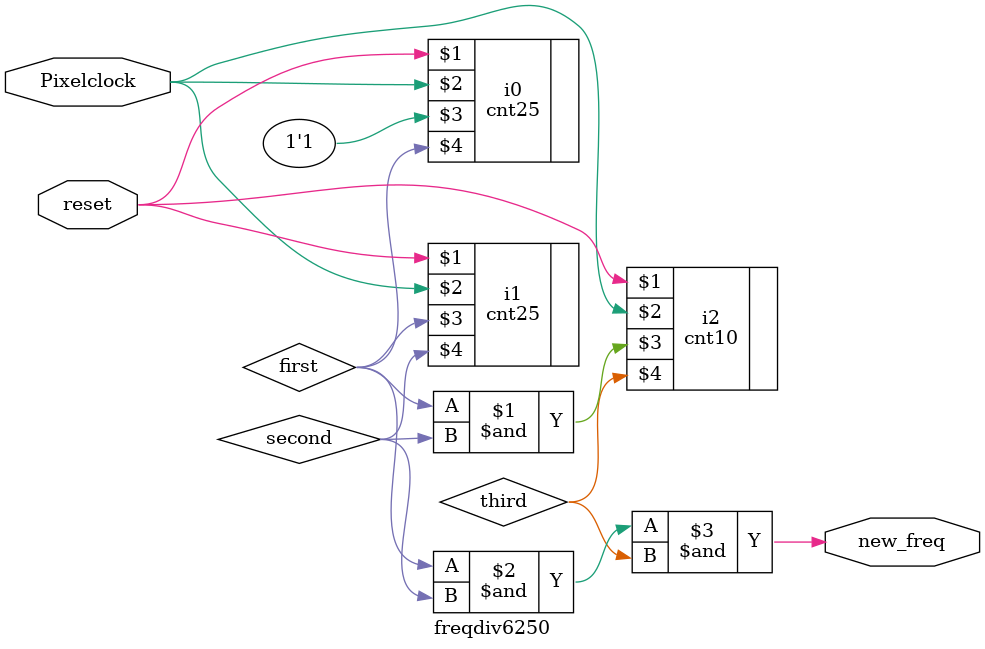
<source format=v>
`timescale 1ns / 1ps
module freqdiv6250(
    input reset,
	 input Pixelclock,
    output new_freq
    );
	 
	 
	cnt25 i0 (reset, Pixelclock, 1'b1, first);
	cnt25 i1 (reset, Pixelclock, first, second);
	cnt10 i2 (reset, Pixelclock, first & second , third);
	assign new_freq = first & second & third;


endmodule

</source>
